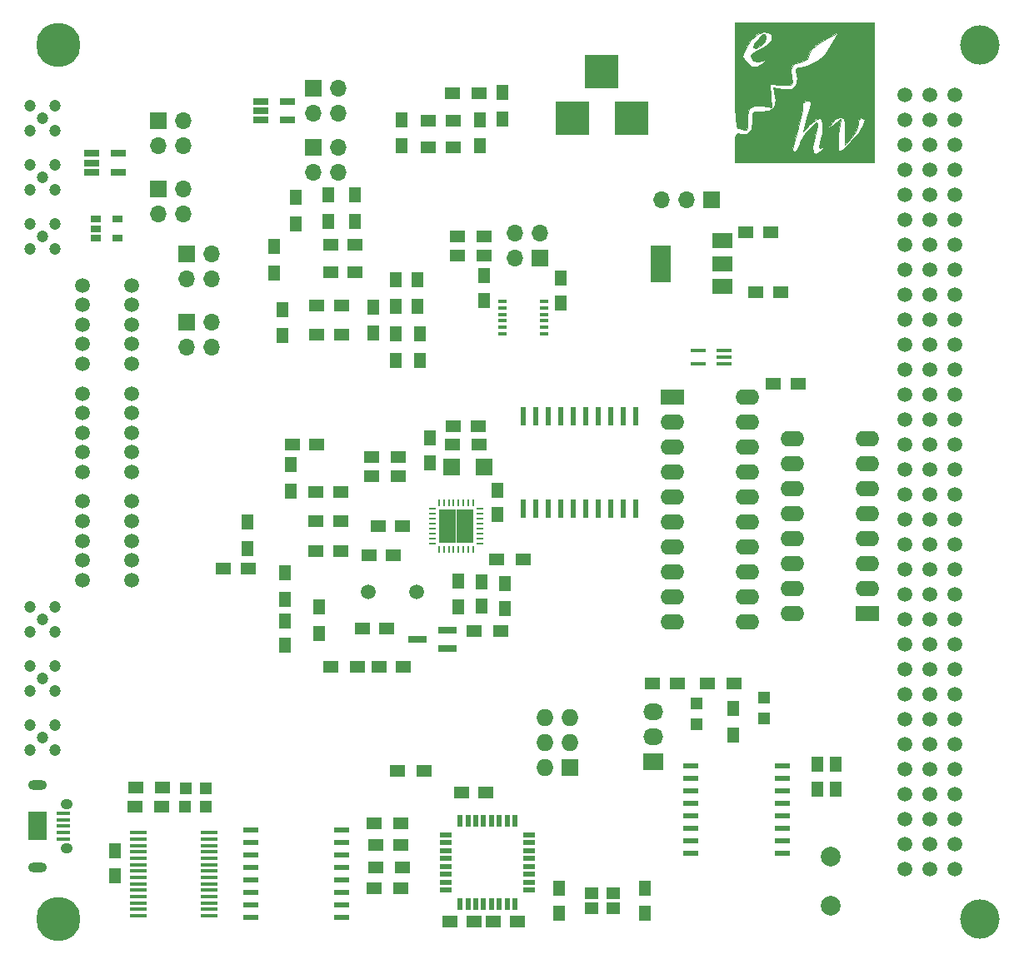
<source format=gts>
G04 #@! TF.FileFunction,Soldermask,Top*
%FSLAX46Y46*%
G04 Gerber Fmt 4.6, Leading zero omitted, Abs format (unit mm)*
G04 Created by KiCad (PCBNEW 4.0.4-stable) date 03/01/17 18:05:16*
%MOMM*%
%LPD*%
G01*
G04 APERTURE LIST*
%ADD10C,0.150000*%
%ADD11C,0.010000*%
%ADD12R,1.250000X1.500000*%
%ADD13R,1.500000X1.250000*%
%ADD14R,1.700000X1.700000*%
%ADD15O,1.700000X1.700000*%
%ADD16R,1.198880X1.198880*%
%ADD17R,0.600000X1.200000*%
%ADD18R,1.200000X0.600000*%
%ADD19R,1.727200X1.727200*%
%ADD20O,1.727200X1.727200*%
%ADD21R,1.500000X1.300000*%
%ADD22R,1.500000X0.600000*%
%ADD23R,1.750000X0.450000*%
%ADD24O,1.900000X1.000000*%
%ADD25R,1.900000X2.900000*%
%ADD26O,1.250000X1.050000*%
%ADD27R,1.350000X0.400000*%
%ADD28R,1.300000X1.500000*%
%ADD29R,2.032000X1.727200*%
%ADD30O,2.032000X1.727200*%
%ADD31R,1.400000X1.200000*%
%ADD32C,1.998980*%
%ADD33C,1.501140*%
%ADD34C,4.000000*%
%ADD35C,4.500000*%
%ADD36R,3.500000X3.500000*%
%ADD37R,1.060000X0.650000*%
%ADD38C,1.500000*%
%ADD39R,0.250000X0.700000*%
%ADD40R,0.700000X0.250000*%
%ADD41R,1.725000X1.725000*%
%ADD42R,0.890000X0.420000*%
%ADD43R,0.600000X1.950000*%
%ADD44R,2.000000X3.800000*%
%ADD45R,2.000000X1.500000*%
%ADD46R,1.500000X0.400000*%
%ADD47R,2.400000X1.600000*%
%ADD48O,2.400000X1.600000*%
%ADD49R,1.900000X0.800000*%
%ADD50R,1.750000X1.800000*%
%ADD51R,1.560000X0.650000*%
%ADD52C,1.200000*%
G04 APERTURE END LIST*
D10*
D11*
G36*
X251468948Y-52468948D02*
X237298422Y-52468948D01*
X237298422Y-51219642D01*
X243208075Y-51219642D01*
X243266971Y-51370537D01*
X243421726Y-51399466D01*
X243427160Y-51399474D01*
X243665842Y-51172196D01*
X243931115Y-50614038D01*
X243969656Y-50503001D01*
X244266910Y-49884424D01*
X244707841Y-49252135D01*
X245178341Y-48738007D01*
X245564300Y-48473912D01*
X245709668Y-48492124D01*
X245710893Y-48797167D01*
X245576536Y-49439029D01*
X245446786Y-49905668D01*
X245221416Y-50907490D01*
X245249056Y-51508281D01*
X245508635Y-51678621D01*
X245979079Y-51389091D01*
X246280667Y-51069871D01*
X246618123Y-50665584D01*
X246606747Y-50622011D01*
X246277756Y-50869345D01*
X245936215Y-51101870D01*
X245862907Y-50979985D01*
X245989275Y-50463685D01*
X246183488Y-49499442D01*
X246199177Y-49126843D01*
X246845876Y-49126843D01*
X248057456Y-48057369D01*
X247865371Y-49728422D01*
X247797933Y-50617795D01*
X247821521Y-51215427D01*
X247912644Y-51399474D01*
X248219508Y-51220725D01*
X248743511Y-50763278D01*
X249110443Y-50396843D01*
X249906927Y-49478689D01*
X250396831Y-48729429D01*
X250537638Y-48220636D01*
X250479190Y-48092523D01*
X250113272Y-47928938D01*
X249896783Y-48242308D01*
X249864737Y-48577196D01*
X249691675Y-49213904D01*
X249268624Y-49905237D01*
X249204765Y-49980880D01*
X248544794Y-50731053D01*
X248536344Y-49327369D01*
X248504901Y-48499667D01*
X248391003Y-48077483D01*
X248145916Y-47932661D01*
X248002565Y-47923685D01*
X247485450Y-48140738D01*
X247161556Y-48525264D01*
X246845876Y-49126843D01*
X246199177Y-49126843D01*
X246218314Y-48672371D01*
X246095207Y-48130183D01*
X245965108Y-48008379D01*
X245604623Y-48115175D01*
X245082495Y-48505984D01*
X244965074Y-48618372D01*
X244255196Y-49328250D01*
X244650757Y-48024388D01*
X244930114Y-47037048D01*
X245021688Y-46465019D01*
X244919857Y-46220859D01*
X244619000Y-46217127D01*
X244535870Y-46237166D01*
X244171584Y-46492137D01*
X244154969Y-46724843D01*
X244151380Y-47138413D01*
X244018104Y-47909064D01*
X243782860Y-48882832D01*
X243735416Y-49055025D01*
X243429411Y-50159898D01*
X243257926Y-50848766D01*
X243208075Y-51219642D01*
X237298422Y-51219642D01*
X237298422Y-50969437D01*
X237311870Y-50122367D01*
X237388876Y-49694485D01*
X237584431Y-49570309D01*
X237936250Y-49630010D01*
X238618011Y-49598558D01*
X239030664Y-49132590D01*
X239136221Y-48279800D01*
X239124877Y-48137676D01*
X239102193Y-47541589D01*
X239301018Y-47324390D01*
X239871020Y-47336498D01*
X239921640Y-47341382D01*
X240838068Y-47289116D01*
X241342956Y-46900407D01*
X241454701Y-46156770D01*
X241411174Y-45844767D01*
X241235694Y-44909378D01*
X242171083Y-45084858D01*
X243042941Y-45093427D01*
X243534731Y-44726711D01*
X243638938Y-43992306D01*
X243583985Y-43656741D01*
X243507006Y-43091245D01*
X243684668Y-42874228D01*
X244041599Y-42843685D01*
X244681362Y-42711560D01*
X245008897Y-42512577D01*
X245518086Y-42217935D01*
X245743724Y-42178367D01*
X246079454Y-41960494D01*
X246551018Y-41396170D01*
X246991481Y-40714776D01*
X247835519Y-39254289D01*
X246376970Y-40079173D01*
X245612954Y-40565436D01*
X245082295Y-41006580D01*
X244911355Y-41272292D01*
X244684982Y-41964541D01*
X244084515Y-42291930D01*
X243861774Y-42308948D01*
X243263567Y-42500194D01*
X243017965Y-43081361D01*
X243084900Y-43902917D01*
X243155653Y-44389421D01*
X243022661Y-44608843D01*
X242558547Y-44653552D01*
X242074999Y-44635256D01*
X240907895Y-44581579D01*
X240961779Y-45750775D01*
X241015663Y-46919972D01*
X240136729Y-46777340D01*
X239257155Y-46741650D01*
X238764612Y-47034347D01*
X238588179Y-47721162D01*
X238594732Y-48206477D01*
X238604682Y-48904967D01*
X238494386Y-49185361D01*
X238225152Y-49160363D01*
X237711980Y-49013133D01*
X237543923Y-48993158D01*
X237465109Y-48737330D01*
X237397987Y-48015866D01*
X237345725Y-46897802D01*
X237311493Y-45452172D01*
X237298460Y-43748010D01*
X237298422Y-43645790D01*
X237298422Y-41771796D01*
X238128279Y-41771796D01*
X238320070Y-42103659D01*
X238484292Y-42289846D01*
X239048124Y-42752228D01*
X239590009Y-42758862D01*
X240260002Y-42310247D01*
X240276696Y-42295805D01*
X240653129Y-41954576D01*
X240625948Y-41917279D01*
X240341733Y-42070633D01*
X239704857Y-42255608D01*
X239162904Y-42134751D01*
X238905446Y-41756541D01*
X238902632Y-41702629D01*
X239130120Y-41388507D01*
X239691899Y-41065871D01*
X239838242Y-41008576D01*
X240658907Y-40580368D01*
X241085960Y-40073477D01*
X241068855Y-39569015D01*
X240876765Y-39342060D01*
X240310585Y-39180864D01*
X239636379Y-39449051D01*
X238957371Y-40084762D01*
X238509695Y-40760623D01*
X238190321Y-41394317D01*
X238128279Y-41771796D01*
X237298422Y-41771796D01*
X237298422Y-38298422D01*
X251468948Y-38298422D01*
X251468948Y-52468948D01*
X251468948Y-52468948D01*
G37*
X251468948Y-52468948D02*
X237298422Y-52468948D01*
X237298422Y-51219642D01*
X243208075Y-51219642D01*
X243266971Y-51370537D01*
X243421726Y-51399466D01*
X243427160Y-51399474D01*
X243665842Y-51172196D01*
X243931115Y-50614038D01*
X243969656Y-50503001D01*
X244266910Y-49884424D01*
X244707841Y-49252135D01*
X245178341Y-48738007D01*
X245564300Y-48473912D01*
X245709668Y-48492124D01*
X245710893Y-48797167D01*
X245576536Y-49439029D01*
X245446786Y-49905668D01*
X245221416Y-50907490D01*
X245249056Y-51508281D01*
X245508635Y-51678621D01*
X245979079Y-51389091D01*
X246280667Y-51069871D01*
X246618123Y-50665584D01*
X246606747Y-50622011D01*
X246277756Y-50869345D01*
X245936215Y-51101870D01*
X245862907Y-50979985D01*
X245989275Y-50463685D01*
X246183488Y-49499442D01*
X246199177Y-49126843D01*
X246845876Y-49126843D01*
X248057456Y-48057369D01*
X247865371Y-49728422D01*
X247797933Y-50617795D01*
X247821521Y-51215427D01*
X247912644Y-51399474D01*
X248219508Y-51220725D01*
X248743511Y-50763278D01*
X249110443Y-50396843D01*
X249906927Y-49478689D01*
X250396831Y-48729429D01*
X250537638Y-48220636D01*
X250479190Y-48092523D01*
X250113272Y-47928938D01*
X249896783Y-48242308D01*
X249864737Y-48577196D01*
X249691675Y-49213904D01*
X249268624Y-49905237D01*
X249204765Y-49980880D01*
X248544794Y-50731053D01*
X248536344Y-49327369D01*
X248504901Y-48499667D01*
X248391003Y-48077483D01*
X248145916Y-47932661D01*
X248002565Y-47923685D01*
X247485450Y-48140738D01*
X247161556Y-48525264D01*
X246845876Y-49126843D01*
X246199177Y-49126843D01*
X246218314Y-48672371D01*
X246095207Y-48130183D01*
X245965108Y-48008379D01*
X245604623Y-48115175D01*
X245082495Y-48505984D01*
X244965074Y-48618372D01*
X244255196Y-49328250D01*
X244650757Y-48024388D01*
X244930114Y-47037048D01*
X245021688Y-46465019D01*
X244919857Y-46220859D01*
X244619000Y-46217127D01*
X244535870Y-46237166D01*
X244171584Y-46492137D01*
X244154969Y-46724843D01*
X244151380Y-47138413D01*
X244018104Y-47909064D01*
X243782860Y-48882832D01*
X243735416Y-49055025D01*
X243429411Y-50159898D01*
X243257926Y-50848766D01*
X243208075Y-51219642D01*
X237298422Y-51219642D01*
X237298422Y-50969437D01*
X237311870Y-50122367D01*
X237388876Y-49694485D01*
X237584431Y-49570309D01*
X237936250Y-49630010D01*
X238618011Y-49598558D01*
X239030664Y-49132590D01*
X239136221Y-48279800D01*
X239124877Y-48137676D01*
X239102193Y-47541589D01*
X239301018Y-47324390D01*
X239871020Y-47336498D01*
X239921640Y-47341382D01*
X240838068Y-47289116D01*
X241342956Y-46900407D01*
X241454701Y-46156770D01*
X241411174Y-45844767D01*
X241235694Y-44909378D01*
X242171083Y-45084858D01*
X243042941Y-45093427D01*
X243534731Y-44726711D01*
X243638938Y-43992306D01*
X243583985Y-43656741D01*
X243507006Y-43091245D01*
X243684668Y-42874228D01*
X244041599Y-42843685D01*
X244681362Y-42711560D01*
X245008897Y-42512577D01*
X245518086Y-42217935D01*
X245743724Y-42178367D01*
X246079454Y-41960494D01*
X246551018Y-41396170D01*
X246991481Y-40714776D01*
X247835519Y-39254289D01*
X246376970Y-40079173D01*
X245612954Y-40565436D01*
X245082295Y-41006580D01*
X244911355Y-41272292D01*
X244684982Y-41964541D01*
X244084515Y-42291930D01*
X243861774Y-42308948D01*
X243263567Y-42500194D01*
X243017965Y-43081361D01*
X243084900Y-43902917D01*
X243155653Y-44389421D01*
X243022661Y-44608843D01*
X242558547Y-44653552D01*
X242074999Y-44635256D01*
X240907895Y-44581579D01*
X240961779Y-45750775D01*
X241015663Y-46919972D01*
X240136729Y-46777340D01*
X239257155Y-46741650D01*
X238764612Y-47034347D01*
X238588179Y-47721162D01*
X238594732Y-48206477D01*
X238604682Y-48904967D01*
X238494386Y-49185361D01*
X238225152Y-49160363D01*
X237711980Y-49013133D01*
X237543923Y-48993158D01*
X237465109Y-48737330D01*
X237397987Y-48015866D01*
X237345725Y-46897802D01*
X237311493Y-45452172D01*
X237298460Y-43748010D01*
X237298422Y-43645790D01*
X237298422Y-41771796D01*
X238128279Y-41771796D01*
X238320070Y-42103659D01*
X238484292Y-42289846D01*
X239048124Y-42752228D01*
X239590009Y-42758862D01*
X240260002Y-42310247D01*
X240276696Y-42295805D01*
X240653129Y-41954576D01*
X240625948Y-41917279D01*
X240341733Y-42070633D01*
X239704857Y-42255608D01*
X239162904Y-42134751D01*
X238905446Y-41756541D01*
X238902632Y-41702629D01*
X239130120Y-41388507D01*
X239691899Y-41065871D01*
X239838242Y-41008576D01*
X240658907Y-40580368D01*
X241085960Y-40073477D01*
X241068855Y-39569015D01*
X240876765Y-39342060D01*
X240310585Y-39180864D01*
X239636379Y-39449051D01*
X238957371Y-40084762D01*
X238509695Y-40760623D01*
X238190321Y-41394317D01*
X238128279Y-41771796D01*
X237298422Y-41771796D01*
X237298422Y-38298422D01*
X251468948Y-38298422D01*
X251468948Y-52468948D01*
G36*
X240460423Y-39725365D02*
X240341268Y-40256729D01*
X240062440Y-40582738D01*
X239475031Y-40929141D01*
X239194137Y-40850302D01*
X239170000Y-40704737D01*
X239343123Y-40343995D01*
X239760335Y-39847059D01*
X239768509Y-39838860D01*
X240186012Y-39457122D01*
X240376307Y-39448428D01*
X240460423Y-39725365D01*
X240460423Y-39725365D01*
G37*
X240460423Y-39725365D02*
X240341268Y-40256729D01*
X240062440Y-40582738D01*
X239475031Y-40929141D01*
X239194137Y-40850302D01*
X239170000Y-40704737D01*
X239343123Y-40343995D01*
X239760335Y-39847059D01*
X239768509Y-39838860D01*
X240186012Y-39457122D01*
X240376307Y-39448428D01*
X240460423Y-39725365D01*
D12*
X191600000Y-99150000D03*
X191600000Y-101650000D03*
D13*
X187850000Y-93800000D03*
X185350000Y-93800000D03*
D14*
X178750000Y-55250000D03*
D15*
X181290000Y-55250000D03*
X178750000Y-57790000D03*
X181290000Y-57790000D03*
D12*
X247600000Y-113750000D03*
X247600000Y-116250000D03*
D13*
X228950000Y-105500000D03*
X231450000Y-105500000D03*
X212750000Y-129700000D03*
X215250000Y-129700000D03*
X212050000Y-116600000D03*
X209550000Y-116600000D03*
X210850000Y-129700000D03*
X208350000Y-129700000D03*
X203350000Y-121900000D03*
X200850000Y-121900000D03*
D12*
X174300000Y-122550000D03*
X174300000Y-125050000D03*
D16*
X181450980Y-118000000D03*
X183549020Y-118000000D03*
X181500000Y-116200000D03*
X183598040Y-116200000D03*
D17*
X209400000Y-127950000D03*
X210200000Y-127950000D03*
X211000000Y-127950000D03*
X211800000Y-127950000D03*
X212600000Y-127950000D03*
X213400000Y-127950000D03*
X214200000Y-127950000D03*
X215000000Y-127950000D03*
D18*
X216450000Y-126500000D03*
X216450000Y-125700000D03*
X216450000Y-124900000D03*
X216450000Y-124100000D03*
X216450000Y-123300000D03*
X216450000Y-122500000D03*
X216450000Y-121700000D03*
X216450000Y-120900000D03*
D17*
X215000000Y-119450000D03*
X214200000Y-119450000D03*
X213400000Y-119450000D03*
X212600000Y-119450000D03*
X211800000Y-119450000D03*
X211000000Y-119450000D03*
X210200000Y-119450000D03*
X209400000Y-119450000D03*
D18*
X207950000Y-120900000D03*
X207950000Y-121700000D03*
X207950000Y-122500000D03*
X207950000Y-123300000D03*
X207950000Y-124100000D03*
X207950000Y-124900000D03*
X207950000Y-125700000D03*
X207950000Y-126500000D03*
D19*
X220540000Y-114040000D03*
D20*
X218000000Y-114040000D03*
X220540000Y-111500000D03*
X218000000Y-111500000D03*
X220540000Y-108960000D03*
X218000000Y-108960000D03*
D21*
X200650000Y-119700000D03*
X203350000Y-119700000D03*
X179100000Y-118000000D03*
X176400000Y-118000000D03*
X179150000Y-116100000D03*
X176450000Y-116100000D03*
X203550000Y-124200000D03*
X200850000Y-124200000D03*
X200650000Y-126300000D03*
X203350000Y-126300000D03*
D22*
X188100000Y-120410000D03*
X188100000Y-121680000D03*
X188100000Y-122950000D03*
X188100000Y-124220000D03*
X188100000Y-125490000D03*
X188100000Y-126760000D03*
X188100000Y-128030000D03*
X188100000Y-129300000D03*
X197400000Y-129300000D03*
X197400000Y-128030000D03*
X197400000Y-126760000D03*
X197400000Y-125490000D03*
X197400000Y-124220000D03*
X197400000Y-122950000D03*
X197400000Y-121680000D03*
X197400000Y-120410000D03*
D23*
X183900000Y-129125000D03*
X183900000Y-128475000D03*
X183900000Y-127825000D03*
X183900000Y-127175000D03*
X183900000Y-126525000D03*
X183900000Y-125875000D03*
X183900000Y-125225000D03*
X183900000Y-124575000D03*
X183900000Y-123925000D03*
X183900000Y-123275000D03*
X183900000Y-122625000D03*
X183900000Y-121975000D03*
X183900000Y-121325000D03*
X183900000Y-120675000D03*
X176700000Y-120675000D03*
X176700000Y-121325000D03*
X176700000Y-121975000D03*
X176700000Y-122625000D03*
X176700000Y-123275000D03*
X176700000Y-123925000D03*
X176700000Y-124575000D03*
X176700000Y-125225000D03*
X176700000Y-125875000D03*
X176700000Y-126525000D03*
X176700000Y-127175000D03*
X176700000Y-127825000D03*
X176700000Y-128475000D03*
X176700000Y-129125000D03*
D12*
X228200000Y-126350000D03*
X228200000Y-128850000D03*
X219500000Y-126350000D03*
X219500000Y-128850000D03*
D24*
X166450000Y-115825000D03*
X166450000Y-124175000D03*
D25*
X166450000Y-120000000D03*
D26*
X169450000Y-117775000D03*
X169450000Y-122225000D03*
D27*
X169125000Y-121300000D03*
X169125000Y-120650000D03*
X169125000Y-120000000D03*
X169125000Y-119350000D03*
X169125000Y-118700000D03*
D16*
X240300000Y-109049020D03*
X240300000Y-106950980D03*
X233400000Y-109649020D03*
X233400000Y-107550980D03*
D21*
X234550000Y-105500000D03*
X237250000Y-105500000D03*
D28*
X237200000Y-110750000D03*
X237200000Y-108050000D03*
D29*
X229000000Y-113500000D03*
D30*
X229000000Y-110960000D03*
X229000000Y-108420000D03*
D22*
X232850000Y-113855000D03*
X232850000Y-115125000D03*
X232850000Y-116395000D03*
X232850000Y-117665000D03*
X232850000Y-118935000D03*
X232850000Y-120205000D03*
X232850000Y-121475000D03*
X232850000Y-122745000D03*
X242150000Y-122745000D03*
X242150000Y-121475000D03*
X242150000Y-120205000D03*
X242150000Y-118935000D03*
X242150000Y-117665000D03*
X242150000Y-116395000D03*
X242150000Y-115125000D03*
X242150000Y-113855000D03*
D12*
X245700000Y-113750000D03*
X245700000Y-116250000D03*
D31*
X222800000Y-128400000D03*
X225000000Y-128400000D03*
X222800000Y-126800000D03*
X225000000Y-126800000D03*
D32*
X247100000Y-123100640D03*
X247100000Y-128101900D03*
D33*
X259700000Y-45630000D03*
X259700000Y-48170000D03*
X259700000Y-53250000D03*
X259700000Y-50710000D03*
X259700000Y-55790000D03*
X259700000Y-58330000D03*
X259700000Y-60870000D03*
X259700000Y-63410000D03*
X259700000Y-65950000D03*
X259700000Y-68490000D03*
X259700000Y-71030000D03*
X259700000Y-73570000D03*
X259700000Y-76110000D03*
X259700000Y-78650000D03*
X259700000Y-81190000D03*
X259700000Y-83730000D03*
X259700000Y-86270000D03*
X259700000Y-88810000D03*
X259700000Y-91350000D03*
X259700000Y-93890000D03*
X259700000Y-96430000D03*
X259700000Y-98970000D03*
X259700000Y-101510000D03*
X259700000Y-104050000D03*
X259700000Y-106590000D03*
X259700000Y-109130000D03*
X259700000Y-111670000D03*
X259700000Y-114210000D03*
X259700000Y-116750000D03*
X259700000Y-119290000D03*
X259700000Y-121830000D03*
X259700000Y-124370000D03*
X257160000Y-124370000D03*
X257160000Y-121830000D03*
X257160000Y-119290000D03*
X257160000Y-116750000D03*
X257160000Y-114210000D03*
X257160000Y-111670000D03*
X257160000Y-109130000D03*
X257160000Y-106590000D03*
X257160000Y-104050000D03*
X257160000Y-101510000D03*
X257160000Y-98970000D03*
X257160000Y-96430000D03*
X257160000Y-93890000D03*
X257160000Y-91350000D03*
X257160000Y-88810000D03*
X257160000Y-86270000D03*
X257160000Y-83730000D03*
X257160000Y-81190000D03*
X257160000Y-78650000D03*
X257160000Y-76110000D03*
X257160000Y-73570000D03*
X257160000Y-71030000D03*
X257160000Y-68490000D03*
X257160000Y-65950000D03*
X257160000Y-63410000D03*
X257160000Y-60870000D03*
X257160000Y-58330000D03*
X257160000Y-55790000D03*
X257160000Y-50710000D03*
X257160000Y-53250000D03*
X257160000Y-48170000D03*
X257160000Y-45630000D03*
X254620000Y-45630000D03*
X254620000Y-48170000D03*
X254620000Y-53250000D03*
X254620000Y-50710000D03*
X254620000Y-55790000D03*
X254620000Y-58330000D03*
X254620000Y-60870000D03*
X254620000Y-63410000D03*
X254620000Y-65950000D03*
X254620000Y-68490000D03*
X254620000Y-71030000D03*
X254620000Y-73570000D03*
X254620000Y-76110000D03*
X254620000Y-78650000D03*
X254620000Y-81190000D03*
X254620000Y-83730000D03*
X254620000Y-86270000D03*
X254620000Y-88810000D03*
X254620000Y-91350000D03*
X254620000Y-93890000D03*
X254620000Y-96430000D03*
X254620000Y-98970000D03*
X254620000Y-101510000D03*
X254620000Y-104050000D03*
X254620000Y-106590000D03*
X254620000Y-109130000D03*
X254620000Y-111670000D03*
X254620000Y-114210000D03*
X254620000Y-116750000D03*
X254620000Y-119290000D03*
X254620000Y-121830000D03*
X254620000Y-124370000D03*
D34*
X262240000Y-129450000D03*
X262240000Y-40550000D03*
D35*
X168570000Y-129450000D03*
X168570000Y-40550000D03*
D13*
X201950000Y-99900000D03*
X199450000Y-99900000D03*
X200150000Y-92500000D03*
X202650000Y-92500000D03*
X211250000Y-79300000D03*
X208750000Y-79300000D03*
D12*
X206300000Y-83050000D03*
X206300000Y-80550000D03*
D13*
X194850000Y-67050000D03*
X197350000Y-67050000D03*
X197350000Y-70050000D03*
X194850000Y-70050000D03*
X206200000Y-48250000D03*
X208700000Y-48250000D03*
X208700000Y-51000000D03*
X206200000Y-51000000D03*
X196250000Y-60900000D03*
X198750000Y-60900000D03*
X198750000Y-63650000D03*
X196250000Y-63650000D03*
X194750000Y-92000000D03*
X197250000Y-92000000D03*
X194750000Y-89000000D03*
X197250000Y-89000000D03*
X194750000Y-86000000D03*
X197250000Y-86000000D03*
X192350000Y-81200000D03*
X194850000Y-81200000D03*
X238450000Y-59600000D03*
X240950000Y-59600000D03*
X239450000Y-65700000D03*
X241950000Y-65700000D03*
D12*
X211600000Y-95150000D03*
X211600000Y-97650000D03*
D13*
X201150000Y-103800000D03*
X203650000Y-103800000D03*
D12*
X214000000Y-97850000D03*
X214000000Y-95350000D03*
D36*
X220800000Y-48000000D03*
X226800000Y-48000000D03*
X223800000Y-43300000D03*
D37*
X172400000Y-58300000D03*
X172400000Y-59250000D03*
X172400000Y-60200000D03*
X174600000Y-60200000D03*
X174600000Y-58300000D03*
D14*
X181600000Y-61800000D03*
D15*
X184140000Y-61800000D03*
X181600000Y-64340000D03*
X184140000Y-64340000D03*
D14*
X181600000Y-68800000D03*
D15*
X184140000Y-68800000D03*
X181600000Y-71340000D03*
X184140000Y-71340000D03*
D14*
X194500000Y-45000000D03*
D15*
X197040000Y-45000000D03*
X194500000Y-47540000D03*
X197040000Y-47540000D03*
D14*
X194500000Y-51000000D03*
D15*
X197040000Y-51000000D03*
X194500000Y-53540000D03*
X197040000Y-53540000D03*
D14*
X178750000Y-48250000D03*
D15*
X181290000Y-48250000D03*
X178750000Y-50790000D03*
X181290000Y-50790000D03*
D14*
X234980000Y-56300000D03*
D15*
X232440000Y-56300000D03*
X229900000Y-56300000D03*
D21*
X200450000Y-84400000D03*
X203150000Y-84400000D03*
X205750000Y-114400000D03*
X203050000Y-114400000D03*
X200450000Y-82500000D03*
X203150000Y-82500000D03*
D28*
X195100000Y-97750000D03*
X195100000Y-100450000D03*
D21*
X208650000Y-81200000D03*
X211350000Y-81200000D03*
X211850000Y-62000000D03*
X209150000Y-62000000D03*
X209150000Y-60000000D03*
X211850000Y-60000000D03*
D28*
X205100000Y-67150000D03*
X205100000Y-64450000D03*
X202850000Y-64450000D03*
X202850000Y-67150000D03*
X200600000Y-67200000D03*
X200600000Y-69900000D03*
X191350000Y-67450000D03*
X191350000Y-70150000D03*
X202850000Y-72650000D03*
X202850000Y-69950000D03*
X205350000Y-69950000D03*
X205350000Y-72650000D03*
X213700000Y-48100000D03*
X213700000Y-45400000D03*
D21*
X211300000Y-45500000D03*
X208600000Y-45500000D03*
D28*
X211450000Y-48150000D03*
X211450000Y-50850000D03*
X203450000Y-48150000D03*
X203450000Y-50850000D03*
X196000000Y-58500000D03*
X196000000Y-55800000D03*
X198750000Y-55800000D03*
X198750000Y-58500000D03*
X192750000Y-58750000D03*
X192750000Y-56050000D03*
X190500000Y-61050000D03*
X190500000Y-63750000D03*
X191600000Y-94250000D03*
X191600000Y-96950000D03*
X187800000Y-89050000D03*
X187800000Y-91750000D03*
X192200000Y-85950000D03*
X192200000Y-83250000D03*
X209200000Y-95050000D03*
X209200000Y-97750000D03*
D21*
X198950000Y-103800000D03*
X196250000Y-103800000D03*
X213550000Y-100200000D03*
X210850000Y-100200000D03*
D38*
X176000000Y-95000000D03*
X171000000Y-95000000D03*
X176000000Y-93000000D03*
X171000000Y-93000000D03*
X176000000Y-91000000D03*
X171000000Y-91000000D03*
X176000000Y-89000000D03*
X171000000Y-89000000D03*
X176000000Y-87000000D03*
X171000000Y-87000000D03*
X176000000Y-84000000D03*
X171000000Y-84000000D03*
X176000000Y-82000000D03*
X171000000Y-82000000D03*
X176000000Y-80000000D03*
X171000000Y-80000000D03*
X176000000Y-78000000D03*
X171000000Y-78000000D03*
X176000000Y-76000000D03*
X171000000Y-76000000D03*
X176000000Y-73000000D03*
X171000000Y-73000000D03*
X176000000Y-71000000D03*
X171000000Y-71000000D03*
X176000000Y-69000000D03*
X171000000Y-69000000D03*
X176000000Y-67000000D03*
X171000000Y-67000000D03*
X176000000Y-65000000D03*
X171000000Y-65000000D03*
D39*
X207250000Y-91900000D03*
X207750000Y-91900000D03*
X208250000Y-91900000D03*
X208750000Y-91900000D03*
X209250000Y-91900000D03*
X209750000Y-91900000D03*
X210250000Y-91900000D03*
X210750000Y-91900000D03*
D40*
X211400000Y-91250000D03*
X211400000Y-90750000D03*
X211400000Y-90250000D03*
X211400000Y-89750000D03*
X211400000Y-89250000D03*
X211400000Y-88750000D03*
X211400000Y-88250000D03*
X211400000Y-87750000D03*
D39*
X210750000Y-87100000D03*
X210250000Y-87100000D03*
X209750000Y-87100000D03*
X209250000Y-87100000D03*
X208750000Y-87100000D03*
X208250000Y-87100000D03*
X207750000Y-87100000D03*
X207250000Y-87100000D03*
D40*
X206600000Y-87750000D03*
X206600000Y-88250000D03*
X206600000Y-88750000D03*
X206600000Y-89250000D03*
X206600000Y-89750000D03*
X206600000Y-90250000D03*
X206600000Y-90750000D03*
X206600000Y-91250000D03*
D41*
X209862500Y-88637500D03*
X208137500Y-88637500D03*
X209862500Y-90362500D03*
X208137500Y-90362500D03*
D42*
X213745000Y-66675000D03*
X213745000Y-67325000D03*
X213745000Y-67975000D03*
X213745000Y-68625000D03*
X213745000Y-69275000D03*
X213745000Y-69925000D03*
X217955000Y-69925000D03*
X217955000Y-69275000D03*
X217955000Y-68625000D03*
X217955000Y-67975000D03*
X217955000Y-67325000D03*
X217955000Y-66675000D03*
D43*
X227215000Y-78300000D03*
X225945000Y-78300000D03*
X224675000Y-78300000D03*
X223405000Y-78300000D03*
X222135000Y-78300000D03*
X220865000Y-78300000D03*
X219595000Y-78300000D03*
X218325000Y-78300000D03*
X217055000Y-78300000D03*
X215785000Y-78300000D03*
X215785000Y-87700000D03*
X217055000Y-87700000D03*
X218325000Y-87700000D03*
X219595000Y-87700000D03*
X220865000Y-87700000D03*
X222135000Y-87700000D03*
X223405000Y-87700000D03*
X224675000Y-87700000D03*
X225945000Y-87700000D03*
X227215000Y-87700000D03*
D44*
X229750000Y-62800000D03*
D45*
X236050000Y-62800000D03*
X236050000Y-60500000D03*
X236050000Y-65100000D03*
D46*
X236230000Y-72950000D03*
X236230000Y-72300000D03*
X236230000Y-71650000D03*
X233570000Y-71650000D03*
X233570000Y-72950000D03*
D47*
X231000000Y-76375000D03*
D48*
X238620000Y-99235000D03*
X231000000Y-78915000D03*
X238620000Y-96695000D03*
X231000000Y-81455000D03*
X238620000Y-94155000D03*
X231000000Y-83995000D03*
X238620000Y-91615000D03*
X231000000Y-86535000D03*
X238620000Y-89075000D03*
X231000000Y-89075000D03*
X238620000Y-86535000D03*
X231000000Y-91615000D03*
X238620000Y-83995000D03*
X231000000Y-94155000D03*
X238620000Y-81455000D03*
X231000000Y-96695000D03*
X238620000Y-78915000D03*
X231000000Y-99235000D03*
X238620000Y-76375000D03*
D47*
X250825000Y-98400000D03*
D48*
X243205000Y-80620000D03*
X250825000Y-95860000D03*
X243205000Y-83160000D03*
X250825000Y-93320000D03*
X243205000Y-85700000D03*
X250825000Y-90780000D03*
X243205000Y-88240000D03*
X250825000Y-88240000D03*
X243205000Y-90780000D03*
X250825000Y-85700000D03*
X243205000Y-93320000D03*
X250825000Y-83160000D03*
X243205000Y-95860000D03*
X250825000Y-80620000D03*
X243205000Y-98400000D03*
D49*
X208100000Y-101950000D03*
X208100000Y-100050000D03*
X205100000Y-101000000D03*
D38*
X204975000Y-96200000D03*
X200095000Y-96200000D03*
D50*
X211825000Y-83500000D03*
X208575000Y-83500000D03*
D12*
X211850000Y-66550000D03*
X211850000Y-64050000D03*
X219600000Y-66800000D03*
X219600000Y-64300000D03*
D51*
X189150000Y-46300000D03*
X189150000Y-47250000D03*
X189150000Y-48200000D03*
X191850000Y-48200000D03*
X191850000Y-46300000D03*
X172000000Y-51600000D03*
X172000000Y-52550000D03*
X172000000Y-53500000D03*
X174700000Y-53500000D03*
X174700000Y-51600000D03*
D14*
X217500000Y-62250000D03*
D15*
X214960000Y-62250000D03*
X217500000Y-59710000D03*
X214960000Y-59710000D03*
D13*
X201050000Y-89500000D03*
X203550000Y-89500000D03*
D12*
X213200000Y-85850000D03*
X213200000Y-88350000D03*
D52*
X165730000Y-112270000D03*
X167000000Y-111000000D03*
X165730000Y-109730000D03*
X168270000Y-112270000D03*
X168270000Y-109730000D03*
X165730000Y-106270000D03*
X167000000Y-105000000D03*
X165730000Y-103730000D03*
X168270000Y-106270000D03*
X168270000Y-103730000D03*
X165730000Y-55270000D03*
X167000000Y-54000000D03*
X165730000Y-52730000D03*
X168270000Y-55270000D03*
X168270000Y-52730000D03*
X165730000Y-49270000D03*
X167000000Y-48000000D03*
X165730000Y-46730000D03*
X168270000Y-49270000D03*
X168270000Y-46730000D03*
X165730000Y-61270000D03*
X167000000Y-60000000D03*
X165730000Y-58730000D03*
X168270000Y-61270000D03*
X168270000Y-58730000D03*
X165730000Y-100270000D03*
X167000000Y-99000000D03*
X165730000Y-97730000D03*
X168270000Y-100270000D03*
X168270000Y-97730000D03*
D13*
X243750000Y-75000000D03*
X241250000Y-75000000D03*
D21*
X215850000Y-92900000D03*
X213150000Y-92900000D03*
M02*

</source>
